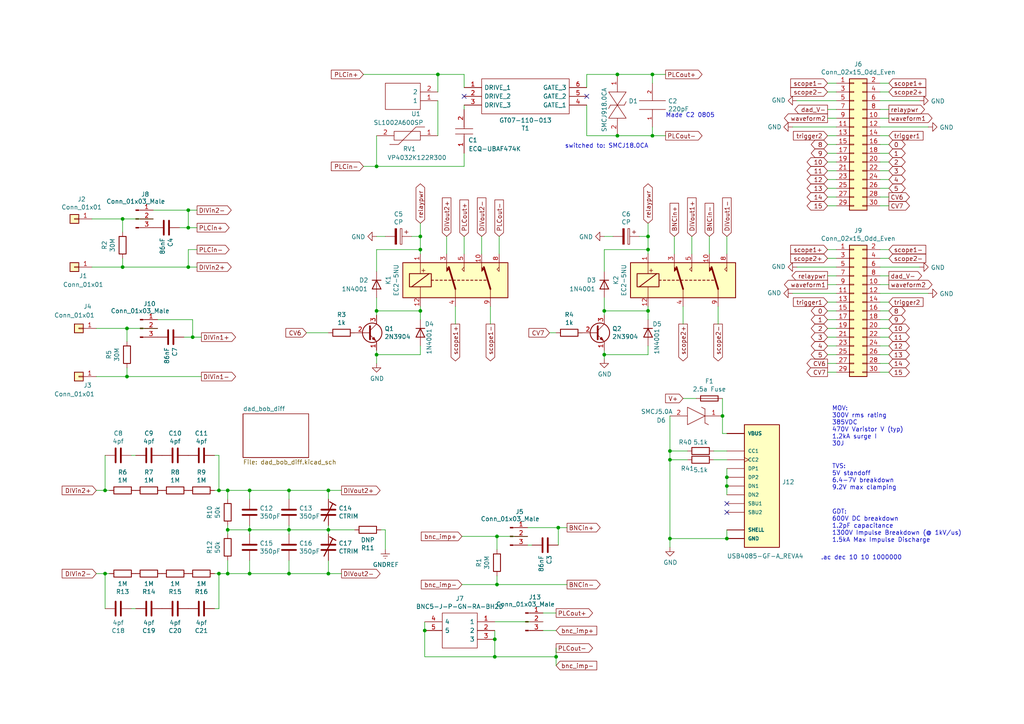
<source format=kicad_sch>
(kicad_sch (version 20211123) (generator eeschema)
  (paper "A4")
  (junction (at 194.31 156.21))
  (junction (at 175.26 102.87))
  (junction (at 161.29 190.5))
  (junction (at 36.83 95.25))
  (junction (at 36.83 109.22))
  (junction (at 121.92 90.17))
  (junction (at 143.51 185.42))
  (junction (at 175.26 90.17))
  (junction (at 144.145 169.545))
  (junction (at 83.82 142.24))
  (junction (at 95.25 166.37))
  (junction (at 144.145 155.575))
  (junction (at 187.96 68.58))
  (junction (at 210.82 156.21))
  (junction (at 35.56 77.47))
  (junction (at 66.04 153.67))
  (junction (at 66.04 166.37))
  (junction (at 210.82 140.97))
  (junction (at 54.61 66.04))
  (junction (at 30.48 166.37))
  (junction (at 35.56 63.5))
  (junction (at 121.92 68.58))
  (junction (at 72.39 166.37))
  (junction (at 72.39 142.24))
  (junction (at 121.92 72.39))
  (junction (at 189.23 39.37))
  (junction (at 179.07 39.37))
  (junction (at 187.96 72.39))
  (junction (at 161.925 153.035))
  (junction (at 30.48 142.24))
  (junction (at 63.5 166.37))
  (junction (at 194.31 133.35))
  (junction (at 55.88 97.79))
  (junction (at 54.61 77.47))
  (junction (at 189.23 21.59))
  (junction (at 63.5 142.24))
  (junction (at 109.22 48.26))
  (junction (at 194.31 130.81))
  (junction (at 143.51 190.5))
  (junction (at 83.82 153.67))
  (junction (at 66.04 142.24))
  (junction (at 210.82 138.43))
  (junction (at 83.82 166.37))
  (junction (at 95.25 142.24))
  (junction (at 127 21.59))
  (junction (at 179.07 21.59))
  (junction (at 109.22 102.87))
  (junction (at 72.39 153.67))
  (junction (at 95.25 153.67))
  (junction (at 123.19 182.88))
  (junction (at 209.55 120.65))
  (junction (at 187.96 90.17))
  (junction (at 109.22 90.17))
  (junction (at 54.61 60.96))
  (no_connect (at 134.62 27.94))
  (no_connect (at 210.82 148.59))
  (no_connect (at 210.82 146.05))
  (no_connect (at 170.18 27.94))
  (wire (pts (xy 30.48 132.08) (xy 30.48 142.24)))
  (wire (pts (xy 55.88 92.71) (xy 45.72 92.71)))
  (wire (pts (xy 257.81 59.69) (xy 255.27 59.69)))
  (wire (pts (xy 175.26 90.17) (xy 175.26 91.44)))
  (wire (pts (xy 209.55 125.73) (xy 209.55 120.65)))
  (wire (pts (xy 185.42 68.58) (xy 187.96 68.58)))
  (wire (pts (xy 27.94 109.22) (xy 36.83 109.22)))
  (wire (pts (xy 66.04 144.78) (xy 66.04 142.24)))
  (wire (pts (xy 127 26.67) (xy 127 21.59)))
  (wire (pts (xy 189.23 21.59) (xy 189.23 24.13)))
  (wire (pts (xy 257.81 92.71) (xy 255.27 92.71)))
  (wire (pts (xy 144.145 169.545) (xy 144.145 167.005)))
  (wire (pts (xy 72.39 144.78) (xy 72.39 142.24)))
  (wire (pts (xy 240.03 57.15) (xy 242.57 57.15)))
  (wire (pts (xy 102.87 96.52) (xy 101.6 96.52)))
  (wire (pts (xy 121.92 92.71) (xy 121.92 90.17)))
  (wire (pts (xy 134.62 21.59) (xy 134.62 25.4)))
  (wire (pts (xy 109.22 39.37) (xy 109.22 48.26)))
  (wire (pts (xy 105.41 21.59) (xy 127 21.59)))
  (wire (pts (xy 157.48 177.8) (xy 161.29 177.8)))
  (wire (pts (xy 133.985 169.545) (xy 144.145 169.545)))
  (wire (pts (xy 257.81 74.93) (xy 255.27 74.93)))
  (wire (pts (xy 187.96 90.17) (xy 187.96 88.9)))
  (wire (pts (xy 121.92 100.33) (xy 121.92 102.87)))
  (wire (pts (xy 26.67 63.5) (xy 35.56 63.5)))
  (wire (pts (xy 257.81 102.87) (xy 255.27 102.87)))
  (wire (pts (xy 154.305 158.115) (xy 153.035 158.115)))
  (wire (pts (xy 95.25 153.67) (xy 95.25 154.94)))
  (wire (pts (xy 210.82 125.73) (xy 209.55 125.73)))
  (wire (pts (xy 200.66 68.58) (xy 200.66 73.66)))
  (wire (pts (xy 88.9 96.52) (xy 95.25 96.52)))
  (wire (pts (xy 83.82 153.67) (xy 95.25 153.67)))
  (wire (pts (xy 257.81 82.55) (xy 255.27 82.55)))
  (wire (pts (xy 210.82 68.58) (xy 210.82 73.66)))
  (wire (pts (xy 257.81 26.67) (xy 255.27 26.67)))
  (wire (pts (xy 72.39 166.37) (xy 83.82 166.37)))
  (wire (pts (xy 199.39 133.35) (xy 194.31 133.35)))
  (wire (pts (xy 240.03 102.87) (xy 242.57 102.87)))
  (wire (pts (xy 109.22 48.26) (xy 134.62 48.26)))
  (wire (pts (xy 266.7 77.47) (xy 255.27 77.47)))
  (wire (pts (xy 161.29 190.5) (xy 161.29 193.04)))
  (wire (pts (xy 210.82 138.43) (xy 210.82 140.97)))
  (wire (pts (xy 175.26 104.14) (xy 175.26 102.87)))
  (wire (pts (xy 164.465 169.545) (xy 144.145 169.545)))
  (wire (pts (xy 240.03 34.29) (xy 242.57 34.29)))
  (wire (pts (xy 240.03 31.75) (xy 242.57 31.75)))
  (wire (pts (xy 240.03 92.71) (xy 242.57 92.71)))
  (wire (pts (xy 229.87 85.09) (xy 242.57 85.09)))
  (wire (pts (xy 240.03 100.33) (xy 242.57 100.33)))
  (wire (pts (xy 194.31 120.65) (xy 194.31 130.81)))
  (wire (pts (xy 242.57 29.21) (xy 231.14 29.21)))
  (wire (pts (xy 127 29.21) (xy 127 39.37)))
  (wire (pts (xy 30.48 176.53) (xy 30.48 166.37)))
  (wire (pts (xy 161.29 187.96) (xy 161.29 190.5)))
  (wire (pts (xy 257.81 95.25) (xy 255.27 95.25)))
  (wire (pts (xy 198.12 93.98) (xy 198.12 88.9)))
  (wire (pts (xy 187.96 102.87) (xy 175.26 102.87)))
  (wire (pts (xy 127 21.59) (xy 134.62 21.59)))
  (wire (pts (xy 83.82 144.78) (xy 83.82 142.24)))
  (wire (pts (xy 63.5 132.08) (xy 62.23 132.08)))
  (wire (pts (xy 36.83 95.25) (xy 36.83 99.06)))
  (wire (pts (xy 57.15 60.96) (xy 54.61 60.96)))
  (wire (pts (xy 63.5 142.24) (xy 63.5 132.08)))
  (wire (pts (xy 257.81 41.91) (xy 255.27 41.91)))
  (wire (pts (xy 257.81 54.61) (xy 255.27 54.61)))
  (wire (pts (xy 240.03 90.17) (xy 242.57 90.17)))
  (wire (pts (xy 143.51 190.5) (xy 161.29 190.5)))
  (wire (pts (xy 143.51 180.34) (xy 157.48 180.34)))
  (wire (pts (xy 102.87 153.67) (xy 95.25 153.67)))
  (wire (pts (xy 133.985 155.575) (xy 144.145 155.575)))
  (wire (pts (xy 35.56 63.5) (xy 35.56 67.31)))
  (wire (pts (xy 66.04 153.67) (xy 66.04 154.94)))
  (wire (pts (xy 54.61 77.47) (xy 54.61 72.39)))
  (wire (pts (xy 109.22 90.17) (xy 121.92 90.17)))
  (wire (pts (xy 45.72 95.25) (xy 36.83 95.25)))
  (wire (pts (xy 255.27 85.09) (xy 269.24 85.09)))
  (wire (pts (xy 36.83 109.22) (xy 36.83 106.68)))
  (wire (pts (xy 242.57 26.67) (xy 240.03 26.67)))
  (wire (pts (xy 257.81 31.75) (xy 255.27 31.75)))
  (wire (pts (xy 95.25 166.37) (xy 95.25 162.56)))
  (wire (pts (xy 83.82 166.37) (xy 95.25 166.37)))
  (wire (pts (xy 164.465 153.035) (xy 161.925 153.035)))
  (wire (pts (xy 193.04 21.59) (xy 189.23 21.59)))
  (wire (pts (xy 143.51 190.5) (xy 123.19 190.5)))
  (wire (pts (xy 242.57 24.13) (xy 240.03 24.13)))
  (wire (pts (xy 54.61 66.04) (xy 52.07 66.04)))
  (wire (pts (xy 72.39 142.24) (xy 83.82 142.24)))
  (wire (pts (xy 153.035 155.575) (xy 144.145 155.575)))
  (wire (pts (xy 66.04 142.24) (xy 72.39 142.24)))
  (wire (pts (xy 111.76 68.58) (xy 109.22 68.58)))
  (wire (pts (xy 210.82 153.67) (xy 210.82 156.21)))
  (wire (pts (xy 179.07 21.59) (xy 189.23 21.59)))
  (wire (pts (xy 157.48 182.88) (xy 161.29 182.88)))
  (wire (pts (xy 207.01 130.81) (xy 210.82 130.81)))
  (wire (pts (xy 240.03 39.37) (xy 242.57 39.37)))
  (wire (pts (xy 257.81 57.15) (xy 255.27 57.15)))
  (wire (pts (xy 54.61 60.96) (xy 54.61 66.04)))
  (wire (pts (xy 240.03 54.61) (xy 242.57 54.61)))
  (wire (pts (xy 257.81 49.53) (xy 255.27 49.53)))
  (wire (pts (xy 210.82 135.89) (xy 210.82 138.43)))
  (wire (pts (xy 132.08 93.98) (xy 132.08 88.9)))
  (wire (pts (xy 110.49 153.67) (xy 111.76 153.67)))
  (wire (pts (xy 194.31 133.35) (xy 194.31 156.21)))
  (wire (pts (xy 240.03 46.99) (xy 242.57 46.99)))
  (wire (pts (xy 111.76 153.67) (xy 111.76 159.385)))
  (wire (pts (xy 123.19 180.34) (xy 123.19 182.88)))
  (wire (pts (xy 121.92 68.58) (xy 121.92 72.39)))
  (wire (pts (xy 144.145 155.575) (xy 144.145 159.385)))
  (wire (pts (xy 27.94 166.37) (xy 30.48 166.37)))
  (wire (pts (xy 121.92 72.39) (xy 121.92 73.66)))
  (wire (pts (xy 201.93 115.57) (xy 198.12 115.57)))
  (wire (pts (xy 105.41 48.26) (xy 109.22 48.26)))
  (wire (pts (xy 66.04 166.37) (xy 72.39 166.37)))
  (wire (pts (xy 95.25 152.4) (xy 95.25 153.67)))
  (wire (pts (xy 175.26 86.36) (xy 175.26 90.17)))
  (wire (pts (xy 266.7 29.21) (xy 255.27 29.21)))
  (wire (pts (xy 187.96 72.39) (xy 187.96 73.66)))
  (wire (pts (xy 257.81 87.63) (xy 255.27 87.63)))
  (wire (pts (xy 83.82 162.56) (xy 83.82 166.37)))
  (wire (pts (xy 39.37 132.08) (xy 38.1 132.08)))
  (wire (pts (xy 129.54 68.58) (xy 129.54 73.66)))
  (wire (pts (xy 187.96 72.39) (xy 175.26 72.39)))
  (wire (pts (xy 57.15 72.39) (xy 54.61 72.39)))
  (wire (pts (xy 257.81 90.17) (xy 255.27 90.17)))
  (wire (pts (xy 26.67 77.47) (xy 35.56 77.47)))
  (wire (pts (xy 240.03 87.63) (xy 242.57 87.63)))
  (wire (pts (xy 168.91 96.52) (xy 167.64 96.52)))
  (wire (pts (xy 44.45 63.5) (xy 35.56 63.5)))
  (wire (pts (xy 83.82 153.67) (xy 72.39 153.67)))
  (wire (pts (xy 72.39 162.56) (xy 72.39 166.37)))
  (wire (pts (xy 175.26 90.17) (xy 187.96 90.17)))
  (wire (pts (xy 193.04 39.37) (xy 189.23 39.37)))
  (wire (pts (xy 257.81 39.37) (xy 255.27 39.37)))
  (wire (pts (xy 66.04 152.4) (xy 66.04 153.67)))
  (wire (pts (xy 83.82 152.4) (xy 83.82 153.67)))
  (wire (pts (xy 99.06 142.24) (xy 95.25 142.24)))
  (wire (pts (xy 63.5 166.37) (xy 66.04 166.37)))
  (wire (pts (xy 72.39 153.67) (xy 66.04 153.67)))
  (wire (pts (xy 63.5 176.53) (xy 63.5 166.37)))
  (wire (pts (xy 144.78 68.58) (xy 144.78 73.66)))
  (wire (pts (xy 187.96 92.71) (xy 187.96 90.17)))
  (wire (pts (xy 170.18 30.48) (xy 170.18 39.37)))
  (wire (pts (xy 257.81 100.33) (xy 255.27 100.33)))
  (wire (pts (xy 30.48 166.37) (xy 31.75 166.37)))
  (wire (pts (xy 161.925 158.115) (xy 161.925 153.035)))
  (wire (pts (xy 242.57 74.93) (xy 240.03 74.93)))
  (wire (pts (xy 242.57 72.39) (xy 240.03 72.39)))
  (wire (pts (xy 57.15 77.47) (xy 54.61 77.47)))
  (wire (pts (xy 255.27 36.83) (xy 269.24 36.83)))
  (wire (pts (xy 55.88 92.71) (xy 55.88 97.79)))
  (wire (pts (xy 36.83 109.22) (xy 58.42 109.22)))
  (wire (pts (xy 27.94 95.25) (xy 36.83 95.25)))
  (wire (pts (xy 54.61 77.47) (xy 35.56 77.47)))
  (wire (pts (xy 210.82 140.97) (xy 210.82 143.51)))
  (wire (pts (xy 199.39 130.81) (xy 194.31 130.81)))
  (wire (pts (xy 63.5 142.24) (xy 62.23 142.24)))
  (wire (pts (xy 195.58 68.58) (xy 195.58 73.66)))
  (wire (pts (xy 66.04 162.56) (xy 66.04 166.37)))
  (wire (pts (xy 109.22 101.6) (xy 109.22 102.87)))
  (wire (pts (xy 242.57 77.47) (xy 231.14 77.47)))
  (wire (pts (xy 257.81 107.95) (xy 255.27 107.95)))
  (wire (pts (xy 257.81 46.99) (xy 255.27 46.99)))
  (wire (pts (xy 72.39 153.67) (xy 72.39 154.94)))
  (wire (pts (xy 240.03 105.41) (xy 242.57 105.41)))
  (wire (pts (xy 119.38 68.58) (xy 121.92 68.58)))
  (wire (pts (xy 143.51 185.42) (xy 143.51 190.5)))
  (wire (pts (xy 240.03 49.53) (xy 242.57 49.53)))
  (wire (pts (xy 194.31 156.21) (xy 194.31 158.75)))
  (wire (pts (xy 83.82 142.24) (xy 95.25 142.24)))
  (wire (pts (xy 121.92 72.39) (xy 109.22 72.39)))
  (wire (pts (xy 123.19 190.5) (xy 123.19 182.88)))
  (wire (pts (xy 240.03 95.25) (xy 242.57 95.25)))
  (wire (pts (xy 257.81 52.07) (xy 255.27 52.07)))
  (wire (pts (xy 205.74 68.58) (xy 205.74 73.66)))
  (wire (pts (xy 161.925 153.035) (xy 153.035 153.035)))
  (wire (pts (xy 240.03 44.45) (xy 242.57 44.45)))
  (wire (pts (xy 179.07 39.37) (xy 189.23 39.37)))
  (wire (pts (xy 109.22 72.39) (xy 109.22 78.74)))
  (wire (pts (xy 175.26 101.6) (xy 175.26 102.87)))
  (wire (pts (xy 207.01 133.35) (xy 210.82 133.35)))
  (wire (pts (xy 63.5 166.37) (xy 62.23 166.37)))
  (wire (pts (xy 187.96 68.58) (xy 187.96 64.77)))
  (wire (pts (xy 143.51 182.88) (xy 143.51 185.42)))
  (wire (pts (xy 209.55 115.57) (xy 209.55 120.65)))
  (wire (pts (xy 229.87 36.83) (xy 242.57 36.83)))
  (wire (pts (xy 109.22 86.36) (xy 109.22 90.17)))
  (wire (pts (xy 257.81 105.41) (xy 255.27 105.41)))
  (wire (pts (xy 134.62 68.58) (xy 134.62 73.66)))
  (wire (pts (xy 170.18 39.37) (xy 179.07 39.37)))
  (wire (pts (xy 240.03 82.55) (xy 242.57 82.55)))
  (wire (pts (xy 257.81 34.29) (xy 255.27 34.29)))
  (wire (pts (xy 121.92 102.87) (xy 109.22 102.87)))
  (wire (pts (xy 240.03 97.79) (xy 242.57 97.79)))
  (wire (pts (xy 27.94 142.24) (xy 30.48 142.24)))
  (wire (pts (xy 72.39 152.4) (xy 72.39 153.67)))
  (wire (pts (xy 55.88 97.79) (xy 53.34 97.79)))
  (wire (pts (xy 240.03 59.69) (xy 242.57 59.69)))
  (wire (pts (xy 58.42 97.79) (xy 55.88 97.79)))
  (wire (pts (xy 257.81 97.79) (xy 255.27 97.79)))
  (wire (pts (xy 109.22 90.17) (xy 109.22 91.44)))
  (wire (pts (xy 257.81 24.13) (xy 255.27 24.13)))
  (wire (pts (xy 134.62 48.26) (xy 134.62 44.45)))
  (wire (pts (xy 139.7 68.58) (xy 139.7 73.66)))
  (wire (pts (xy 175.26 72.39) (xy 175.26 78.74)))
  (wire (pts (xy 54.61 60.96) (xy 44.45 60.96)))
  (wire (pts (xy 30.48 142.24) (xy 31.75 142.24)))
  (wire (pts (xy 170.18 21.59) (xy 170.18 25.4)))
  (wire (pts (xy 210.82 156.21) (xy 194.31 156.21)))
  (wire (pts (xy 257.81 72.39) (xy 255.27 72.39)))
  (wire (pts (xy 240.03 41.91) (xy 242.57 41.91)))
  (wire (pts (xy 257.81 80.01) (xy 255.27 80.01)))
  (wire (pts (xy 208.28 93.98) (xy 208.28 88.9)))
  (wire (pts (xy 240.03 52.07) (xy 242.57 52.07)))
  (wire (pts (xy 38.1 176.53) (xy 39.37 176.53)))
  (wire (pts (xy 177.8 68.58) (xy 175.26 68.58)))
  (wire (pts (xy 134.62 31.75) (xy 134.62 30.48)))
  (wire (pts (xy 142.24 93.98) (xy 142.24 88.9)))
  (wire (pts (xy 83.82 153.67) (xy 83.82 154.94)))
  (wire (pts (xy 121.92 90.17) (xy 121.92 88.9)))
  (wire (pts (xy 62.23 176.53) (xy 63.5 176.53)))
  (wire (pts (xy 240.03 107.95) (xy 242.57 107.95)))
  (wire (pts (xy 187.96 100.33) (xy 187.96 102.87)))
  (wire (pts (xy 95.25 142.24) (xy 95.25 144.78)))
  (wire (pts (xy 63.5 142.24) (xy 66.04 142.24)))
  (wire (pts (xy 187.96 68.58) (xy 187.96 72.39)))
  (wire (pts (xy 57.15 66.04) (xy 54.61 66.04)))
  (wire (pts (xy 170.18 21.59) (xy 179.07 21.59)))
  (wire (pts (xy 194.31 130.81) (xy 194.31 133.35)))
  (wire (pts (xy 99.06 166.37) (xy 95.25 166.37)))
  (wire (pts (xy 35.56 77.47) (xy 35.56 74.93)))
  (wire (pts (xy 109.22 102.87) (xy 109.22 105.41)))
  (wire (pts (xy 240.03 80.01) (xy 242.57 80.01)))
  (wire (pts (xy 257.81 44.45) (xy 255.27 44.45)))
  (wire (pts (xy 159.385 96.52) (xy 161.29 96.52)))
  (wire (pts (xy 121.92 68.58) (xy 121.92 64.77)))
  (wire (pts (xy 189.23 36.83) (xy 189.23 39.37)))
  (text "Made C2 0805" (at 193.04 34.29 0) (effects (font (size 1.27 1.27)) (justify left bottom)))
  (text "TVS: \n5V standoff\n6.4-7V breakdown \n9.2V max clamping" (at 241.3 142.24 0) (effects (font (size 1.27 1.27)) (justify left bottom)))
  (text "GDT:\n600V DC breakdown\n1.2pF capacitance\n1300V Impulse Breakdown (@ 1kV/us)\n1.5kA Max Impulse Discharge" (at 241.3 157.48 0) (effects (font (size 1.27 1.27)) (justify left bottom)))
  (text "MOV:\n300V rms rating\n385VDC\n470V Varistor V (typ)\n1.2kA surge I\n30J" (at 241.3 129.54 0) (effects (font (size 1.27 1.27)) (justify left bottom)))
  (text ".ac dec 10 10 1000000" (at 261.62 162.56 180) (effects (font (size 1.27 1.27)) (justify right bottom)))
  (text "switched to: SMCJ18.0CA" (at 163.83 43.18 0) (effects (font (size 1.27 1.27)) (justify left bottom)))
  (global_label "10" (shape bidirectional) (at 240.03 46.99 180) (property "Intersheet References" "${INTERSHEET_REFS}" (effects hide)))
  (global_label "BNCin-" (shape input) (at 205.74 68.58 90) (property "Intersheet References" "${INTERSHEET_REFS}" (effects hide)))
  (global_label "scope1-" (shape input) (at 257.81 72.39 0) (property "Intersheet References" "${INTERSHEET_REFS}" (effects hide)))
  (global_label "waveform1" (shape output) (at 257.81 34.29 0) (property "Intersheet References" "${INTERSHEET_REFS}" (effects hide)))
  (global_label "DIVin2-" (shape input) (at 27.94 166.37 180) (property "Intersheet References" "${INTERSHEET_REFS}" (effects hide)))
  (global_label "DIVout2+" (shape output) (at 99.06 142.24 0) (property "Intersheet References" "${INTERSHEET_REFS}" (effects hide)))
  (global_label "V+" (shape input) (at 198.12 115.57 180) (property "Intersheet References" "${INTERSHEET_REFS}" (effects hide)))
  (global_label "relaypwr" (shape bidirectional) (at 187.96 64.77 90) (property "Intersheet References" "${INTERSHEET_REFS}" (effects hide)))
  (global_label "scope2-" (shape input) (at 257.81 74.93 0) (property "Intersheet References" "${INTERSHEET_REFS}" (effects hide)))
  (global_label "12" (shape bidirectional) (at 240.03 52.07 180) (property "Intersheet References" "${INTERSHEET_REFS}" (effects hide)))
  (global_label "DIVin2+" (shape output) (at 57.15 77.47 0) (property "Intersheet References" "${INTERSHEET_REFS}" (effects hide)))
  (global_label "BNCin-" (shape output) (at 164.465 169.545 0) (property "Intersheet References" "${INTERSHEET_REFS}" (effects hide)))
  (global_label "DIVin1+" (shape output) (at 58.42 97.79 0) (property "Intersheet References" "${INTERSHEET_REFS}" (effects hide)))
  (global_label "13" (shape bidirectional) (at 257.81 102.87 0) (property "Intersheet References" "${INTERSHEET_REFS}" (effects hide)))
  (global_label "8" (shape bidirectional) (at 257.81 90.17 0) (property "Intersheet References" "${INTERSHEET_REFS}" (effects hide)))
  (global_label "DIVout1+" (shape input) (at 200.66 68.58 90) (property "Intersheet References" "${INTERSHEET_REFS}" (effects hide)))
  (global_label "11" (shape bidirectional) (at 257.81 97.79 0) (property "Intersheet References" "${INTERSHEET_REFS}" (effects hide)))
  (global_label "5" (shape bidirectional) (at 257.81 54.61 0) (property "Intersheet References" "${INTERSHEET_REFS}" (effects hide)))
  (global_label "DIVin2+" (shape input) (at 27.94 142.24 180) (property "Intersheet References" "${INTERSHEET_REFS}" (effects hide)))
  (global_label "waveform2" (shape output) (at 240.03 34.29 180) (property "Intersheet References" "${INTERSHEET_REFS}" (effects hide)))
  (global_label "trigger1" (shape input) (at 257.81 39.37 0) (property "Intersheet References" "${INTERSHEET_REFS}" (effects hide)))
  (global_label "PLCin+" (shape output) (at 57.15 66.04 0) (property "Intersheet References" "${INTERSHEET_REFS}" (effects hide)))
  (global_label "trigger1" (shape input) (at 240.03 87.63 180) (property "Intersheet References" "${INTERSHEET_REFS}" (effects hide)))
  (global_label "trigger2" (shape input) (at 257.81 87.63 0) (property "Intersheet References" "${INTERSHEET_REFS}" (effects hide)))
  (global_label "9" (shape bidirectional) (at 257.81 92.71 0) (property "Intersheet References" "${INTERSHEET_REFS}" (effects hide)))
  (global_label "relaypwr" (shape output) (at 240.03 80.01 180) (property "Intersheet References" "${INTERSHEET_REFS}" (effects hide)))
  (global_label "bnc_imp+" (shape input) (at 133.985 155.575 180) (property "Intersheet References" "${INTERSHEET_REFS}" (effects hide)))
  (global_label "scope2+" (shape input) (at 240.03 74.93 180) (property "Intersheet References" "${INTERSHEET_REFS}" (effects hide)))
  (global_label "15" (shape bidirectional) (at 257.81 107.95 0) (property "Intersheet References" "${INTERSHEET_REFS}" (effects hide)))
  (global_label "PLCout+" (shape output) (at 161.29 177.8 0) (property "Intersheet References" "${INTERSHEET_REFS}" (effects hide)))
  (global_label "CV6" (shape input) (at 88.9 96.52 180) (property "Intersheet References" "${INTERSHEET_REFS}" (effects hide)))
  (global_label "relaypwr" (shape bidirectional) (at 121.92 64.77 90) (property "Intersheet References" "${INTERSHEET_REFS}" (effects hide)))
  (global_label "scope1-" (shape input) (at 240.03 24.13 180) (property "Intersheet References" "${INTERSHEET_REFS}" (effects hide)))
  (global_label "13" (shape bidirectional) (at 240.03 54.61 180) (property "Intersheet References" "${INTERSHEET_REFS}" (effects hide)))
  (global_label "14" (shape bidirectional) (at 257.81 105.41 0) (property "Intersheet References" "${INTERSHEET_REFS}" (effects hide)))
  (global_label "scope2-" (shape input) (at 240.03 26.67 180) (property "Intersheet References" "${INTERSHEET_REFS}" (effects hide)))
  (global_label "relaypwr" (shape output) (at 257.81 31.75 0) (property "Intersheet References" "${INTERSHEET_REFS}" (effects hide)))
  (global_label "1" (shape bidirectional) (at 240.03 92.71 180) (property "Intersheet References" "${INTERSHEET_REFS}" (effects hide)))
  (global_label "0" (shape bidirectional) (at 240.03 90.17 180) (property "Intersheet References" "${INTERSHEET_REFS}" (effects hide)))
  (global_label "DIVout1-" (shape input) (at 210.82 68.58 90) (property "Intersheet References" "${INTERSHEET_REFS}" (effects hide)))
  (global_label "scope1+" (shape input) (at 240.03 72.39 180) (property "Intersheet References" "${INTERSHEET_REFS}" (effects hide)))
  (global_label "14" (shape bidirectional) (at 240.03 57.15 180) (property "Intersheet References" "${INTERSHEET_REFS}" (effects hide)))
  (global_label "15" (shape bidirectional) (at 240.03 59.69 180) (property "Intersheet References" "${INTERSHEET_REFS}" (effects hide)))
  (global_label "PLCout+" (shape input) (at 134.62 68.58 90) (property "Intersheet References" "${INTERSHEET_REFS}" (effects hide)))
  (global_label "waveform2" (shape output) (at 257.81 82.55 0) (property "Intersheet References" "${INTERSHEET_REFS}" (effects hide)))
  (global_label "CV7" (shape output) (at 257.81 59.69 0) (property "Intersheet References" "${INTERSHEET_REFS}" (effects hide)))
  (global_label "BNCin+" (shape output) (at 164.465 153.035 0) (property "Intersheet References" "${INTERSHEET_REFS}" (effects hide)))
  (global_label "scope2+" (shape input) (at 257.81 26.67 0) (property "Intersheet References" "${INTERSHEET_REFS}" (effects hide)))
  (global_label "2" (shape bidirectional) (at 257.81 46.99 0) (property "Intersheet References" "${INTERSHEET_REFS}" (effects hide)))
  (global_label "PLCout-" (shape output) (at 161.29 187.96 0) (property "Intersheet References" "${INTERSHEET_REFS}" (effects hide)))
  (global_label "bnc_imp-" (shape input) (at 133.985 169.545 180) (property "Intersheet References" "${INTERSHEET_REFS}" (effects hide)))
  (global_label "DIVin2-" (shape output) (at 57.15 60.96 0) (property "Intersheet References" "${INTERSHEET_REFS}" (effects hide)))
  (global_label "CV7" (shape output) (at 240.03 107.95 180) (property "Intersheet References" "${INTERSHEET_REFS}" (effects hide)))
  (global_label "PLCin-" (shape output) (at 57.15 72.39 0) (property "Intersheet References" "${INTERSHEET_REFS}" (effects hide)))
  (global_label "PLCout-" (shape output) (at 193.04 39.37 0) (property "Intersheet References" "${INTERSHEET_REFS}" (effects hide)))
  (global_label "scope1+" (shape output) (at 132.08 93.98 270) (property "Intersheet References" "${INTERSHEET_REFS}" (effects hide)))
  (global_label "scope1+" (shape input) (at 257.81 24.13 0) (property "Intersheet References" "${INTERSHEET_REFS}" (effects hide)))
  (global_label "PLCout-" (shape input) (at 144.78 68.58 90) (property "Intersheet References" "${INTERSHEET_REFS}" (effects hide)))
  (global_label "CV7" (shape input) (at 159.385 96.52 180) (property "Intersheet References" "${INTERSHEET_REFS}" (effects hide)))
  (global_label "DIVout2+" (shape input) (at 129.54 68.58 90) (property "Intersheet References" "${INTERSHEET_REFS}" (effects hide)))
  (global_label "2" (shape bidirectional) (at 240.03 95.25 180) (property "Intersheet References" "${INTERSHEET_REFS}" (effects hide)))
  (global_label "PLCin-" (shape input) (at 105.41 48.26 180) (property "Intersheet References" "${INTERSHEET_REFS}" (effects hide)))
  (global_label "1" (shape bidirectional) (at 257.81 44.45 0) (property "Intersheet References" "${INTERSHEET_REFS}" (effects hide)))
  (global_label "11" (shape bidirectional) (at 240.03 49.53 180) (property "Intersheet References" "${INTERSHEET_REFS}" (effects hide)))
  (global_label "4" (shape bidirectional) (at 240.03 100.33 180) (property "Intersheet References" "${INTERSHEET_REFS}" (effects hide)))
  (global_label "DIVin1-" (shape output) (at 58.42 109.22 0) (property "Intersheet References" "${INTERSHEET_REFS}" (effects hide)))
  (global_label "scope1-" (shape output) (at 142.24 93.98 270) (property "Intersheet References" "${INTERSHEET_REFS}" (effects hide)))
  (global_label "3" (shape bidirectional) (at 240.03 97.79 180) (property "Intersheet References" "${INTERSHEET_REFS}" (effects hide)))
  (global_label "4" (shape bidirectional) (at 257.81 52.07 0) (property "Intersheet References" "${INTERSHEET_REFS}" (effects hide)))
  (global_label "bnc_imp+" (shape input) (at 161.29 182.88 0) (property "Intersheet References" "${INTERSHEET_REFS}" (effects hide)))
  (global_label "DIVout2-" (shape input) (at 139.7 68.58 90) (property "Intersheet References" "${INTERSHEET_REFS}" (effects hide)))
  (global_label "dad_V-" (shape output) (at 240.03 31.75 180) (property "Intersheet References" "${INTERSHEET_REFS}" (effects hide)))
  (global_label "PLCout+" (shape output) (at 193.04 21.59 0) (property "Intersheet References" "${INTERSHEET_REFS}" (effects hide)))
  (global_label "3" (shape bidirectional) (at 257.81 49.53 0) (property "Intersheet References" "${INTERSHEET_REFS}" (effects hide)))
  (global_label "12" (shape bidirectional) (at 257.81 100.33 0) (property "Intersheet References" "${INTERSHEET_REFS}" (effects hide)))
  (global_label "8" (shape bidirectional) (at 240.03 41.91 180) (property "Intersheet References" "${INTERSHEET_REFS}" (effects hide)))
  (global_label "5" (shape bidirectional) (at 240.03 102.87 180) (property "Intersheet References" "${INTERSHEET_REFS}" (effects hide)))
  (global_label "DIVout2-" (shape output) (at 99.06 166.37 0) (property "Intersheet References" "${INTERSHEET_REFS}" (effects hide)))
  (global_label "bnc_imp-" (shape input) (at 161.29 193.04 0) (property "Intersheet References" "${INTERSHEET_REFS}" (effects hide)))
  (global_label "9" (shape bidirectional) (at 240.03 44.45 180) (property "Intersheet References" "${INTERSHEET_REFS}" (effects hide)))
  (global_label "10" (shape bidirectional) (at 257.81 95.25 0) (property "Intersheet References" "${INTERSHEET_REFS}" (effects hide)))
  (global_label "0" (shape bidirectional) (at 257.81 41.91 0) (property "Intersheet References" "${INTERSHEET_REFS}" (effects hide)))
  (global_label "trigger2" (shape input) (at 240.03 39.37 180) (property "Intersheet References" "${INTERSHEET_REFS}" (effects hide)))
  (global_label "PLCin+" (shape input) (at 105.41 21.59 180) (property "Intersheet References" "${INTERSHEET_REFS}" (effects hide)))
  (global_label "CV6" (shape output) (at 257.81 57.15 0) (property "Intersheet References" "${INTERSHEET_REFS}" (effects hide)))
  (global_label "waveform1" (shape output) (at 240.03 82.55 180) (property "Intersheet References" "${INTERSHEET_REFS}" (effects hide)))
  (global_label "scope2-" (shape output) (at 208.28 93.98 270) (property "Intersheet References" "${INTERSHEET_REFS}" (effects hide)))
  (global_label "dad_V-" (shape output) (at 257.81 80.01 0) (property "Intersheet References" "${INTERSHEET_REFS}" (effects hide)))
  (global_label "scope2+" (shape output) (at 198.12 93.98 270) (property "Intersheet References" "${INTERSHEET_REFS}" (effects hide)))
  (global_label "CV6" (shape output) (at 240.03 105.41 180) (property "Intersheet References" "${INTERSHEET_REFS}" (effects hide)))
  (global_label "BNCin+" (shape input) (at 195.58 68.58 90) (property "Intersheet References" "${INTERSHEET_REFS}" (effects hide)))
  (symbol (lib_id "pspice:C") (at 189.23 30.48 180) (unit 1)
    (property "Reference" "C2" (at 193.7512 29.3116 0) (effects (justify right)))
    (property "Value" "220pF" (at 193.7512 31.623 0) (effects (justify right)))
    (property "Footprint" "Capacitor_SMD:C_0805_2012Metric_Pad1.15x1.40mm_HandSolder" (effects hide))
    (property "Spice_Primitive" "C" (effects hide))
    (property "Spice_Model" "220p" (effects hide))
    (property "Spice_Netlist_Enabled" "Y" (effects hide))
  )
  (symbol (lib_id "dad_bob-rescue:VP4032K122R300-00_kyuditsky_kicad") (at 127 39.37 180) (unit 1)
    (property "Reference" "RV1" (at 120.65 43.18 0) (effects (justify left)))
    (property "Value" "VP4032K122R300" (at 129.54 45.72 0) (effects (justify left)))
    (property "Footprint" "VP4032K122R300_kicad:CAPPM10080X500N" (effects hide))
    (property "Datasheet" "https://www.arrow.com/en/products/vp4032k122r300/kemet-corporation?region=nac" (effects hide))
    (property "Description" "Varistors 385V 1200A 4032" (effects hide))
    (property "Height" "5" (effects hide))
    (property "Mouser Part Number" "80-VP4032K122R300" (effects hide))
    (property "Mouser Price/Stock" "https://www.mouser.co.uk/ProductDetail/KEMET/VP4032K122R300?qs=jj7GbYRQuOYGBVagWkrU5w%3D%3D" (effects hide))
    (property "Manufacturer_Name" "Kemet" (effects hide))
    (property "Manufacturer_Part_Number" "VP4032K122R300" (effects hide))
    (property "Spice_Primitive" "R" (effects hide))
    (property "Spice_Model" "1meg" (effects hide))
    (property "Spice_Netlist_Enabled" "Y" (effects hide))
  )
  (symbol (lib_id "dad_bob-rescue:SL1002A600SP-00_kyuditsky_kicad") (at 127 29.21 180) (unit 1)
    (property "Reference" "U1" (at 120.65 33.02 0))
    (property "Value" "SL1002A600SP" (at 115.57 35.56 0))
    (property "Footprint" "SL1002A600SP" (effects hide))
    (property "Datasheet" "https://componentsearchengine.com/Datasheets/1/SL1002A600SP.pdf" (effects hide))
    (property "Description" "Gas Discharge Tubes - GDTs / Gas Plasma Arrestors GP MINIBETA 2T A600V SMD SPECIAL" (effects hide))
    (property "Height" "4.1" (effects hide))
    (property "Mouser Part Number" "576-SL1002A600SP" (effects hide))
    (property "Mouser Price/Stock" "https://www.mouser.co.uk/ProductDetail/Littelfuse/SL1002A600SP?qs=95aqoVzNh5Z3taNZSmSH3g%3D%3D" (effects hide))
    (property "Manufacturer_Name" "LITTELFUSE" (effects hide))
    (property "Manufacturer_Part_Number" "SL1002A600SP" (effects hide))
    (property "Spice_Primitive" "R" (effects hide))
    (property "Spice_Model" "1meg" (effects hide))
    (property "Spice_Netlist_Enabled" "Y" (effects hide))
  )
  (symbol (lib_id "dad_bob-rescue:BNC5-J-P-GN-RA-BH2D-00_kyuditsky_kicad") (at 143.51 180.34 0) (mirror y) (unit 1)
    (property "Reference" "J7" (at 133.35 173.609 0))
    (property "Value" "BNC5-J-P-GN-RA-BH2D" (at 133.35 175.9204 0))
    (property "Footprint" "BNC5-J-P-GN-RA-BH2D_kicad:BNC5JPGNRABH2D" (effects hide))
    (property "Datasheet" "http://suddendocs.samtec.com/prints/bnc5-j-p-xx-ra-bh2d-mkt.pdf" (effects hide))
    (property "Description" "SAMTEC - BNC5-J-P-GN-RA-BH2D - RF COAXIAL, BNC JACK, 50 OHM, PCB" (effects hide))
    (property "Height" "10.8" (effects hide))
    (property "Mouser Part Number" "200-BNC5JPGNRABH2D" (effects hide))
    (property "Mouser Price/Stock" "https://www.mouser.co.uk/ProductDetail/Samtec/BNC5-J-P-GN-RA-BH2D?qs=PB6%2FjmICvI2u%2FOQtySH%252B3g%3D%3D" (effects hide))
    (property "Manufacturer_Name" "SAMTEC" (effects hide))
    (property "Manufacturer_Part_Number" "BNC5-J-P-GN-RA-BH2D" (effects hide))
    (property "Spice_Primitive" "R" (effects hide))
    (property "Spice_Model" "1" (effects hide))
    (property "Spice_Netlist_Enabled" "N" (effects hide))
  )
  (symbol (lib_id "dad_bob-rescue:ECQ-UBAF474K-ECQ-UBAF474K") (at 134.62 44.45 90) (unit 1)
    (property "Reference" "C1" (at 137.16 40.64 90))
    (property "Value" "ECQ-UBAF474K" (at 143.51 43.18 90))
    (property "Footprint" "kyuditsky_kicad:ECQ-UBAF474K-3_side" (effects hide))
    (property "Datasheet" "https://datasheet.datasheetarchive.com/originals/distributors/Datasheets_SAMA/6170a3d833bc371d0e684a1e7d5b0a3a.pdf" (effects hide))
    (property "Description" "Film Capacitors 300VAC 0.47uF 10% LS=22.5mm ST" (effects hide))
    (property "Height" "21.5" (effects hide))
    (property "Mouser Part Number" "667-ECQ-UBAF474K" (effects hide))
    (property "Mouser Price/Stock" "https://www.mouser.co.uk/ProductDetail/Panasonic/ECQ-UBAF474K?qs=DPoM0jnrROXQ4Aoi4rWlKg%3D%3D" (effects hide))
    (property "Manufacturer_Name" "Panasonic" (effects hide))
    (property "Manufacturer_Part_Number" "ECQ-UBAF474K" (effects hide))
    (property "Spice_Primitive" "C" (effects hide))
    (property "Spice_Model" "0.47uF" (effects hide))
    (property "Spice_Netlist_Enabled" "Y" (effects hide))
  )
  (symbol (lib_id "Connector_Generic:Conn_01x01") (at 22.86 109.22 180) (unit 1)
    (property "Reference" "J3" (at 25.4 111.76 0))
    (property "Value" "Conn_01x01" (at 21.59 114.3 0))
    (property "Footprint" "kyuditsky_kicad_fp:Banana_Jack_S_RA_73099" (effects hide))
    (property "Spice_Primitive" "R" (effects hide))
    (property "Spice_Model" "1" (effects hide))
    (property "Spice_Netlist_Enabled" "N" (effects hide))
  )
  (symbol (lib_id "Connector_Generic:Conn_01x01") (at 22.86 95.25 180) (unit 1)
    (property "Reference" "J4" (at 25.4 88.9 0))
    (property "Value" "Conn_01x01" (at 21.59 91.44 0))
    (property "Footprint" "kyuditsky_kicad_fp:Banana_Jack_S_RA_73099" (effects hide))
    (property "Spice_Primitive" "R" (effects hide))
    (property "Spice_Model" "1" (effects hide))
    (property "Spice_Netlist_Enabled" "N" (effects hide))
  )
  (symbol (lib_id "dad_bob-rescue:GT07-110-013-00_kyuditsky_kicad") (at 170.18 30.48 180) (unit 1)
    (property "Reference" "T1" (at 152.4 37.211 0))
    (property "Value" "GT07-110-013" (at 152.4 34.8996 0))
    (property "Footprint" "kyuditsky_kicad_fp:GT07110013" (effects hide))
    (property "Datasheet" "https://componentsearchengine.com/Datasheets/1/GT07-110-013.pdf" (effects hide))
    (property "Description" "Pulse Transformers" (effects hide))
    (property "Height" "6.35" (effects hide))
    (property "Mouser Part Number" "911-GT07-110-013" (effects hide))
    (property "Mouser Price/Stock" "https://www.mouser.co.uk/ProductDetail/ICE-Components/GT07-110-013?qs=UkDUCjYnTB00rEvMCOsFKQ%3D%3D" (effects hide))
    (property "Manufacturer_Name" "ICE Components" (effects hide))
    (property "Manufacturer_Part_Number" "GT07-110-013" (effects hide))
    (property "Spice_Primitive" "X" (effects hide))
    (property "Spice_Model" "GTRANS" (effects hide))
    (property "Spice_Netlist_Enabled" "Y" (effects hide))
    (property "Spice_Lib_File" "/Users/MacMini/Documents/KiCad/HPF/HPF_SPICE/GTRANS_01.lib" (effects hide))
  )
  (symbol (lib_id "Relay:EC2-5NU") (at 132.08 81.28 0) (unit 1)
    (property "Reference" "K1" (at 112.5982 81.28 90))
    (property "Value" "EC2-5NU" (at 114.9096 81.28 90))
    (property "Footprint" "Relay_THT:Relay_DPDT_Kemet_EC2" (effects hide))
    (property "Datasheet" "https://content.kemet.com/datasheets/KEM_R7002_EC2_EE2.pdf" (effects hide))
  )
  (symbol (lib_id "Device:R") (at 43.18 142.24 90) (unit 1)
    (property "Reference" "R7" (at 43.18 136.9822 90))
    (property "Value" "1M" (at 43.18 139.2936 90))
    (property "Footprint" "Resistor_SMD:R_0805_2012Metric_Pad1.15x1.40mm_HandSolder" (effects hide))
  )
  (symbol (lib_id "Device:R") (at 50.8 142.24 90) (unit 1)
    (property "Reference" "R8" (at 50.8 136.9822 90))
    (property "Value" "1M" (at 50.8 139.2936 90))
    (property "Footprint" "Resistor_SMD:R_0805_2012Metric_Pad1.15x1.40mm_HandSolder" (effects hide))
  )
  (symbol (lib_id "Device:R") (at 58.42 142.24 90) (unit 1)
    (property "Reference" "R9" (at 58.42 136.9822 90))
    (property "Value" "1M" (at 58.42 139.2936 90))
    (property "Footprint" "Resistor_SMD:R_0805_2012Metric_Pad1.15x1.40mm_HandSolder" (effects hide))
  )
  (symbol (lib_id "power:GND") (at 109.22 105.41 0) (unit 1)
    (property "Reference" "#PWR011" (effects hide))
    (property "Value" "GND" (at 109.347 109.8042 0))
  )
  (symbol (lib_id "Device:R") (at 99.06 96.52 90) (unit 1)
    (property "Reference" "R3" (at 99.06 91.2622 90))
    (property "Value" "1k" (at 99.06 93.5736 90))
    (property "Footprint" "Resistor_SMD:R_0805_2012Metric_Pad1.15x1.40mm_HandSolder" (effects hide))
  )
  (symbol (lib_id "power:GND") (at 231.14 29.21 270) (mirror x) (unit 1)
    (property "Reference" "#PWR02" (effects hide))
    (property "Value" "GND" (at 227.8888 29.083 90) (effects (justify right)))
  )
  (symbol (lib_id "power:GND") (at 266.7 29.21 90) (mirror x) (unit 1)
    (property "Reference" "#PWR01" (effects hide))
    (property "Value" "GND" (at 269.9512 29.337 90) (effects (justify right)))
  )
  (symbol (lib_id "power:GND") (at 229.87 36.83 270) (mirror x) (unit 1)
    (property "Reference" "#PWR04" (effects hide))
    (property "Value" "GND" (at 226.695 36.83 90) (effects (justify right)))
  )
  (symbol (lib_id "power:GND") (at 269.24 36.83 90) (mirror x) (unit 1)
    (property "Reference" "#PWR03" (effects hide))
    (property "Value" "GND" (at 272.4912 36.957 90) (effects (justify right)))
  )
  (symbol (lib_id "Device:R") (at 66.04 148.59 180) (unit 1)
    (property "Reference" "R10" (at 60.7822 148.59 90))
    (property "Value" "50k" (at 63.0936 148.59 90))
    (property "Footprint" "Resistor_SMD:R_0805_2012Metric_Pad1.15x1.40mm_HandSolder" (effects hide))
  )
  (symbol (lib_id "Device:R") (at 106.68 153.67 270) (unit 1)
    (property "Reference" "R11" (at 106.68 158.9278 90))
    (property "Value" "DNP" (at 106.68 156.6164 90))
    (property "Footprint" "Resistor_SMD:R_0805_2012Metric_Pad1.15x1.40mm_HandSolder" (effects hide))
  )
  (symbol (lib_id "Diode:1N4001") (at 109.22 82.55 270) (unit 1)
    (property "Reference" "D2" (at 104.14 81.28 90) (effects (justify left)))
    (property "Value" "1N4001" (at 99.06 83.82 90) (effects (justify left)))
    (property "Footprint" "Diode_THT:D_DO-41_SOD81_P2.54mm_Vertical_KathodeUp" (effects hide))
    (property "Datasheet" "http://www.vishay.com/docs/88503/1n4001.pdf" (effects hide))
  )
  (symbol (lib_id "Diode:1N4001") (at 121.92 96.52 270) (unit 1)
    (property "Reference" "D4" (at 123.19 93.98 90) (effects (justify left)))
    (property "Value" "1N4001" (at 124.46 95.25 0) (effects (justify left)))
    (property "Footprint" "Diode_THT:D_DO-41_SOD81_P2.54mm_Vertical_KathodeUp" (effects hide))
    (property "Datasheet" "http://www.vishay.com/docs/88503/1n4001.pdf" (effects hide))
  )
  (symbol (lib_id "Device:R") (at 58.42 166.37 270) (unit 1)
    (property "Reference" "R16" (at 58.42 171.6278 90))
    (property "Value" "1M" (at 58.42 169.3164 90))
    (property "Footprint" "Resistor_SMD:R_0805_2012Metric_Pad1.15x1.40mm_HandSolder" (effects hide))
  )
  (symbol (lib_id "Device:R") (at 50.8 166.37 270) (unit 1)
    (property "Reference" "R15" (at 50.8 171.6278 90))
    (property "Value" "1M" (at 50.8 169.3164 90))
    (property "Footprint" "Resistor_SMD:R_0805_2012Metric_Pad1.15x1.40mm_HandSolder" (effects hide))
  )
  (symbol (lib_id "Device:R") (at 43.18 166.37 270) (unit 1)
    (property "Reference" "R14" (at 43.18 171.6278 90))
    (property "Value" "1M" (at 43.18 169.3164 90))
    (property "Footprint" "Resistor_SMD:R_0805_2012Metric_Pad1.15x1.40mm_HandSolder" (effects hide))
  )
  (symbol (lib_id "dad_bob-rescue:CP-Device") (at 115.57 68.58 270) (unit 1)
    (property "Reference" "C5" (at 115.57 62.103 90))
    (property "Value" "CP" (at 115.57 64.4144 90))
    (property "Footprint" "kyuditsky_kicad:EEE1AA220WR" (effects hide))
  )
  (symbol (lib_id "power:GND") (at 109.22 68.58 270) (unit 1)
    (property "Reference" "#PWR05" (effects hide))
    (property "Value" "GND" (at 105.9688 68.707 90) (effects (justify right)))
  )
  (symbol (lib_id "Connector_Generic:Conn_01x01") (at 21.59 77.47 180) (unit 1)
    (property "Reference" "J1" (at 24.13 80.01 0))
    (property "Value" "Conn_01x01" (at 24.13 82.55 0))
    (property "Footprint" "kyuditsky_kicad_fp:Banana_Jack_S_RA_73099" (effects hide))
    (property "Spice_Primitive" "R" (effects hide))
    (property "Spice_Model" "1" (effects hide))
    (property "Spice_Netlist_Enabled" "N" (effects hide))
  )
  (symbol (lib_id "Connector_Generic:Conn_01x01") (at 21.59 63.5 180) (unit 1)
    (property "Reference" "J2" (at 23.6728 57.785 0))
    (property "Value" "Conn_01x01" (at 23.6728 60.0964 0))
    (property "Footprint" "kyuditsky_kicad_fp:Banana_Jack_S_RA_73099" (effects hide))
    (property "Spice_Primitive" "R" (effects hide))
    (property "Spice_Model" "1" (effects hide))
    (property "Spice_Netlist_Enabled" "N" (effects hide))
  )
  (symbol (lib_id "Device:C") (at 58.42 132.08 270) (unit 1)
    (property "Reference" "C11" (at 58.42 125.6792 90))
    (property "Value" "4pf" (at 58.42 127.9906 90))
    (property "Footprint" "Capacitor_SMD:C_0805_2012Metric_Pad1.15x1.40mm_HandSolder" (effects hide))
  )
  (symbol (lib_id "Device:C") (at 50.8 132.08 270) (unit 1)
    (property "Reference" "C10" (at 50.8 125.6792 90))
    (property "Value" "4pf" (at 50.8 127.9906 90))
    (property "Footprint" "Capacitor_SMD:C_0805_2012Metric_Pad1.15x1.40mm_HandSolder" (effects hide))
  )
  (symbol (lib_id "Device:C") (at 43.18 132.08 270) (unit 1)
    (property "Reference" "C9" (at 43.18 125.6792 90))
    (property "Value" "4pf" (at 43.18 127.9906 90))
    (property "Footprint" "Capacitor_SMD:C_0805_2012Metric_Pad1.15x1.40mm_HandSolder" (effects hide))
  )
  (symbol (lib_id "Device:C") (at 158.115 158.115 90) (unit 1)
    (property "Reference" "C3" (at 159.2834 161.036 0) (effects (justify right)))
    (property "Value" "86nF" (at 156.972 161.036 0) (effects (justify right)))
    (property "Footprint" "Capacitor_SMD:C_0805_2012Metric_Pad1.15x1.40mm_HandSolder" (effects hide))
  )
  (symbol (lib_id "Device:R") (at 144.145 163.195 180) (unit 1)
    (property "Reference" "R1" (at 138.8872 163.195 90))
    (property "Value" "30M" (at 141.1986 163.195 90))
    (property "Footprint" "Resistor_SMD:R_0805_2012Metric_Pad1.15x1.40mm_HandSolder" (effects hide))
  )
  (symbol (lib_id "Relay:EC2-5NU") (at 198.12 81.28 0) (unit 1)
    (property "Reference" "K2" (at 178.6382 81.28 90))
    (property "Value" "EC2-5NU" (at 180.9496 81.28 90))
    (property "Footprint" "Relay_THT:Relay_DPDT_Kemet_EC2" (effects hide))
    (property "Datasheet" "https://content.kemet.com/datasheets/KEM_R7002_EC2_EE2.pdf" (effects hide))
  )
  (symbol (lib_id "Device:R") (at 165.1 96.52 90) (unit 1)
    (property "Reference" "R4" (at 165.1 91.2622 90))
    (property "Value" "1k" (at 165.1 93.5736 90))
    (property "Footprint" "Resistor_SMD:R_0805_2012Metric_Pad1.15x1.40mm_HandSolder" (effects hide))
  )
  (symbol (lib_id "Diode:1N4001") (at 175.26 82.55 270) (unit 1)
    (property "Reference" "D3" (at 170.18 81.28 90) (effects (justify left)))
    (property "Value" "1N4001" (at 165.1 83.82 90) (effects (justify left)))
    (property "Footprint" "Diode_THT:D_DO-41_SOD81_P2.54mm_Vertical_KathodeUp" (effects hide))
    (property "Datasheet" "http://www.vishay.com/docs/88503/1n4001.pdf" (effects hide))
  )
  (symbol (lib_id "Diode:1N4001") (at 187.96 96.52 270) (unit 1)
    (property "Reference" "D5" (at 189.23 93.98 90) (effects (justify left)))
    (property "Value" "1N4001" (at 190.5 95.25 0) (effects (justify left)))
    (property "Footprint" "Diode_THT:D_DO-41_SOD81_P2.54mm_Vertical_KathodeUp" (effects hide))
    (property "Datasheet" "http://www.vishay.com/docs/88503/1n4001.pdf" (effects hide))
  )
  (symbol (lib_id "power:GND") (at 175.26 104.14 0) (unit 1)
    (property "Reference" "#PWR012" (effects hide))
    (property "Value" "GND" (at 175.387 108.5342 0))
  )
  (symbol (lib_id "dad_bob-rescue:CP-Device") (at 181.61 68.58 270) (unit 1)
    (property "Reference" "C6" (at 181.61 62.103 90))
    (property "Value" "CP" (at 181.61 64.4144 90))
    (property "Footprint" "kyuditsky_kicad:EEE1AA220WR" (effects hide))
  )
  (symbol (lib_id "power:GND") (at 175.26 68.58 270) (unit 1)
    (property "Reference" "#PWR06" (effects hide))
    (property "Value" "GND" (at 172.0088 68.707 90) (effects (justify right)))
  )
  (symbol (lib_id "Device:C") (at 72.39 148.59 180) (unit 1)
    (property "Reference" "C12" (at 75.311 147.4216 0) (effects (justify right)))
    (property "Value" "350pF" (at 75.311 149.733 0) (effects (justify right)))
    (property "Footprint" "Capacitor_SMD:C_0805_2012Metric_Pad1.15x1.40mm_HandSolder" (effects hide))
  )
  (symbol (lib_id "Device:C") (at 83.82 148.59 180) (unit 1)
    (property "Reference" "C13" (at 86.741 147.4216 0) (effects (justify right)))
    (property "Value" "350pF" (at 86.741 149.733 0) (effects (justify right)))
    (property "Footprint" "Capacitor_SMD:C_0805_2012Metric_Pad1.15x1.40mm_HandSolder" (effects hide))
  )
  (symbol (lib_id "Device:R") (at 66.04 158.75 180) (unit 1)
    (property "Reference" "R12" (at 60.7822 158.75 90))
    (property "Value" "50k" (at 63.0936 158.75 90))
    (property "Footprint" "Resistor_SMD:R_0805_2012Metric_Pad1.15x1.40mm_HandSolder" (effects hide))
  )
  (symbol (lib_id "Device:C") (at 72.39 158.75 180) (unit 1)
    (property "Reference" "C15" (at 75.311 157.5816 0) (effects (justify right)))
    (property "Value" "350pF" (at 75.311 159.893 0) (effects (justify right)))
    (property "Footprint" "Capacitor_SMD:C_0805_2012Metric_Pad1.15x1.40mm_HandSolder" (effects hide))
  )
  (symbol (lib_id "Device:C") (at 83.82 158.75 180) (unit 1)
    (property "Reference" "C16" (at 86.741 157.5816 0) (effects (justify right)))
    (property "Value" "350pF" (at 86.741 159.893 0) (effects (justify right)))
    (property "Footprint" "Capacitor_SMD:C_0805_2012Metric_Pad1.15x1.40mm_HandSolder" (effects hide))
  )
  (symbol (lib_id "Connector:Conn_01x03_Male") (at 147.955 155.575 0) (unit 1)
    (property "Reference" "J5" (at 150.6982 148.4376 0))
    (property "Value" "Conn_01x03_Male" (at 147.955 150.495 0))
    (property "Footprint" "Connector_PinHeader_2.54mm:PinHeader_1x03_P2.54mm_Vertical" (effects hide))
  )
  (symbol (lib_id "Device:R") (at 36.83 102.87 180) (unit 1)
    (property "Reference" "R5" (at 31.5722 102.87 90))
    (property "Value" "30M" (at 33.8836 102.87 90))
    (property "Footprint" "Resistor_SMD:R_0805_2012Metric_Pad1.15x1.40mm_HandSolder" (effects hide))
  )
  (symbol (lib_id "Connector:Conn_01x03_Male") (at 40.64 95.25 0) (unit 1)
    (property "Reference" "J10" (at 43.3832 88.1126 0))
    (property "Value" "Conn_01x03_Male" (at 40.64 90.17 0))
    (property "Footprint" "Connector_PinHeader_2.54mm:PinHeader_1x03_P2.54mm_Vertical" (effects hide))
  )
  (symbol (lib_id "Device:C") (at 49.53 97.79 90) (unit 1)
    (property "Reference" "C7" (at 50.6984 100.711 0) (effects (justify right)))
    (property "Value" "86nF" (at 48.387 100.711 0) (effects (justify right)))
    (property "Footprint" "Capacitor_SMD:C_0805_2012Metric_Pad1.15x1.40mm_HandSolder" (effects hide))
  )
  (symbol (lib_id "power:GND") (at 231.14 77.47 270) (mirror x) (unit 1)
    (property "Reference" "#PWR08" (effects hide))
    (property "Value" "GND" (at 227.8888 77.343 90) (effects (justify right)))
  )
  (symbol (lib_id "power:GND") (at 266.7 77.47 90) (mirror x) (unit 1)
    (property "Reference" "#PWR07" (effects hide))
    (property "Value" "GND" (at 269.9512 77.597 90) (effects (justify right)))
  )
  (symbol (lib_id "power:GND") (at 229.87 85.09 270) (mirror x) (unit 1)
    (property "Reference" "#PWR010" (effects hide))
    (property "Value" "GND" (at 226.6188 84.963 90) (effects (justify right)))
  )
  (symbol (lib_id "power:GND") (at 269.24 85.09 90) (mirror x) (unit 1)
    (property "Reference" "#PWR09" (effects hide))
    (property "Value" "GND" (at 272.4912 85.217 90) (effects (justify right)))
  )
  (symbol (lib_id "Device:C") (at 43.18 176.53 90) (unit 1)
    (property "Reference" "C19" (at 43.18 182.9308 90))
    (property "Value" "4pf" (at 43.18 180.6194 90))
    (property "Footprint" "Capacitor_SMD:C_0805_2012Metric_Pad1.15x1.40mm_HandSolder" (effects hide))
  )
  (symbol (lib_id "Device:C") (at 50.8 176.53 90) (unit 1)
    (property "Reference" "C20" (at 50.8 182.9308 90))
    (property "Value" "4pf" (at 50.8 180.6194 90))
    (property "Footprint" "Capacitor_SMD:C_0805_2012Metric_Pad1.15x1.40mm_HandSolder" (effects hide))
  )
  (symbol (lib_id "Device:C") (at 58.42 176.53 90) (unit 1)
    (property "Reference" "C21" (at 58.42 182.9308 90))
    (property "Value" "4pf" (at 58.42 180.6194 90))
    (property "Footprint" "Capacitor_SMD:C_0805_2012Metric_Pad1.15x1.40mm_HandSolder" (effects hide))
  )
  (symbol (lib_id "dad_bob-rescue:SMCJ9.0CA-00_kyuditsky_kicad") (at 179.07 25.4 270) (unit 1)
    (property "Reference" "D1" (at 182.3212 29.3116 90) (effects (justify left)))
    (property "Value" "SMCJ918.0CA" (at 175.26 25.4 0) (effects (justify left)))
    (property "Footprint" "SMCJ5:DIONM7959X262N" (effects hide))
    (property "Datasheet" "https://componentsearchengine.com/Datasheets/2/SMCJ5.0A.pdf" (effects hide))
    (property "Description" "ESD Suppressors / TVS Diodes 1.5kW 9V 5% Bi-Directional" (effects hide))
    (property "Height" "2.62" (effects hide))
    (property "Mouser Part Number" "576-SMCJ9.0CA" (effects hide))
    (property "Mouser Price/Stock" "https://www.mouser.com/ProductDetail/Littelfuse/SMCJ90CA?qs=HR2RnyOI4E7fdgL05JVZzw%3D%3D" (effects hide))
    (property "Manufacturer_Name" "LITTELFUSE" (effects hide))
    (property "Manufacturer_Part_Number" "SMCJ9.0CA" (effects hide))
  )
  (symbol (lib_id "Device:R") (at 35.56 71.12 180) (unit 1)
    (property "Reference" "R2" (at 30.3022 71.12 90))
    (property "Value" "30M" (at 32.6136 71.12 90))
    (property "Footprint" "Resistor_SMD:R_0805_2012Metric_Pad1.15x1.40mm_HandSolder" (effects hide))
  )
  (symbol (lib_id "Connector:Conn_01x03_Male") (at 39.37 63.5 0) (unit 1)
    (property "Reference" "J8" (at 42.1132 56.3626 0))
    (property "Value" "Conn_01x03_Male" (at 39.37 58.42 0))
    (property "Footprint" "Connector_PinHeader_2.54mm:PinHeader_1x03_P2.54mm_Vertical" (effects hide))
  )
  (symbol (lib_id "Device:C") (at 48.26 66.04 90) (unit 1)
    (property "Reference" "C4" (at 49.4284 68.961 0) (effects (justify right)))
    (property "Value" "86nF" (at 47.117 68.961 0) (effects (justify right)))
    (property "Footprint" "Capacitor_SMD:C_0805_2012Metric_Pad1.15x1.40mm_HandSolder" (effects hide))
  )
  (symbol (lib_id "Device:R") (at 35.56 142.24 90) (unit 1)
    (property "Reference" "R6" (at 35.56 136.9822 90))
    (property "Value" "1M" (at 35.56 139.2936 90))
    (property "Footprint" "Resistor_SMD:R_0805_2012Metric_Pad1.15x1.40mm_HandSolder" (effects hide))
  )
  (symbol (lib_id "Device:R") (at 35.56 166.37 270) (unit 1)
    (property "Reference" "R13" (at 35.56 171.6278 90))
    (property "Value" "1M" (at 35.56 169.3164 90))
    (property "Footprint" "Resistor_SMD:R_0805_2012Metric_Pad1.15x1.40mm_HandSolder" (effects hide))
  )
  (symbol (lib_id "Device:C") (at 34.29 176.53 90) (unit 1)
    (property "Reference" "C18" (at 34.29 182.9308 90))
    (property "Value" "4pf" (at 34.29 180.6194 90))
    (property "Footprint" "Capacitor_SMD:C_0805_2012Metric_Pad1.15x1.40mm_HandSolder" (effects hide))
  )
  (symbol (lib_id "Device:C") (at 34.29 132.08 270) (unit 1)
    (property "Reference" "C8" (at 34.29 125.6792 90))
    (property "Value" "4pf" (at 34.29 127.9906 90))
    (property "Footprint" "Capacitor_SMD:C_0805_2012Metric_Pad1.15x1.40mm_HandSolder" (effects hide))
  )
  (symbol (lib_id "Connector_Generic:Conn_02x15_Odd_Even") (at 247.65 41.91 0) (unit 1)
    (property "Reference" "J6" (at 248.92 18.6182 0))
    (property "Value" "Conn_02x15_Odd_Even" (at 248.92 20.9296 0))
    (property "Footprint" "Connector_PinHeader_2.54mm:PinHeader_2x15_P2.54mm_Horizontal" (effects hide))
  )
  (symbol (lib_id "Connector_Generic:Conn_02x15_Odd_Even") (at 247.65 90.17 0) (unit 1)
    (property "Reference" "J9" (at 248.92 66.8782 0))
    (property "Value" "Conn_02x15_Odd_Even" (at 248.92 69.1896 0))
    (property "Footprint" "Connector_PinSocket_2.54mm:PinSocket_2x15_P2.54mm_Vertical" (effects hide))
  )
  (symbol (lib_id "Device:R") (at 203.2 130.81 90) (unit 1)
    (property "Reference" "R40" (at 198.755 128.27 90))
    (property "Value" "5.1k" (at 203.2 128.27 90))
    (property "Footprint" "Resistor_SMD:R_0805_2012Metric_Pad1.15x1.40mm_HandSolder" (effects hide))
  )
  (symbol (lib_id "Device:R") (at 203.2 133.35 270) (unit 1)
    (property "Reference" "R41" (at 199.39 135.89 90))
    (property "Value" "5.1k" (at 203.2 136.2964 90))
    (property "Footprint" "Resistor_SMD:R_0805_2012Metric_Pad1.15x1.40mm_HandSolder" (effects hide))
  )
  (symbol (lib_id "dad_bob-rescue:CTRIM-Device") (at 95.25 148.59 0) (unit 1)
    (property "Reference" "C14" (at 98.1964 147.4216 0) (effects (justify left)))
    (property "Value" "CTRIM" (at 98.1964 149.733 0) (effects (justify left)))
    (property "Footprint" "Capacitor_SMD:C_Trimmer_Voltronics_JQ" (effects hide))
  )
  (symbol (lib_id "dad_bob-rescue:CTRIM-Device") (at 95.25 158.75 0) (unit 1)
    (property "Reference" "C17" (at 98.1964 157.5816 0) (effects (justify left)))
    (property "Value" "CTRIM" (at 98.1964 159.893 0) (effects (justify left)))
    (property "Footprint" "Capacitor_SMD:C_Trimmer_Voltronics_JQ" (effects hide))
  )
  (symbol (lib_id "dad_bob-rescue:SMCJ5.0A-00_kyuditsky_kicad") (at 209.55 120.65 180) (unit 1)
    (property "Reference" "D6" (at 191.77 121.92 0))
    (property "Value" "SMCJ5.0A" (at 190.5 119.38 0))
    (property "Footprint" "kyuditsky_kicad_fp:littlefuseTVS" (effects hide))
    (property "Datasheet" "https://componentsearchengine.com/Datasheets/2/SMCJ5.0A.pdf" (effects hide))
    (property "Description" "ESD Suppressors / TVS Diodes 1.5kW 5V 5% Uni-Directional" (effects hide))
    (property "Height" "2.62" (effects hide))
    (property "Mouser Part Number" "576-SMCJ5.0A" (effects hide))
    (property "Mouser Price/Stock" "https://www.mouser.co.uk/ProductDetail/Littelfuse/SMCJ50A?qs=HR2RnyOI4E4RumofpgUEcw%3D%3D" (effects hide))
    (property "Manufacturer_Name" "LITTELFUSE" (effects hide))
    (property "Manufacturer_Part_Number" "SMCJ5.0A" (effects hide))
  )
  (symbol (lib_id "dad_bob-rescue:USB4085-GF-A_REVA4-00_kyuditsky_kicad") (at 220.98 140.97 0) (unit 1)
    (property "Reference" "J12" (at 226.822 139.8016 0) (effects (justify left)))
    (property "Value" "USB4085-GF-A_REVA4" (at 210.82 161.29 0) (effects (justify left)))
    (property "Footprint" "GCT_USB4085-GF-A_REVA4" (effects hide))
    (property "PARTREV" "A4" (effects hide))
    (property "MAXIMUM_PACKAGE_HEIGHT" "3.46mm" (effects hide))
    (property "MANUFACTURER" "Global Connector Technology" (effects hide))
    (property "STANDARD" "Manufacturer Recommendations" (effects hide))
  )
  (symbol (lib_id "Device:Fuse") (at 205.74 115.57 270) (unit 1)
    (property "Reference" "F1" (at 205.74 110.5662 90))
    (property "Value" "2.5a Fuse" (at 205.74 112.8776 90))
    (property "Footprint" "Resistor_THT:R_Axial_DIN0204_L3.6mm_D1.6mm_P2.54mm_Vertical" (effects hide))
  )
  (symbol (lib_id "power:GND") (at 194.31 158.75 0) (unit 1)
    (property "Reference" "#PWR014" (effects hide))
    (property "Value" "GND" (at 194.437 163.1442 0))
  )
  (symbol (lib_id "Transistor_BJT:2N3904") (at 106.68 96.52 0) (unit 1)
    (property "Reference" "Q1" (at 111.506 95.3516 0) (effects (justify left)))
    (property "Value" "2N3904" (at 111.506 97.663 0) (effects (justify left)))
    (property "Footprint" "Package_TO_SOT_THT:TO-92_Inline" (effects hide))
    (property "Datasheet" "https://www.fairchildsemi.com/datasheets/2N/2N3904.pdf" (effects hide))
  )
  (symbol (lib_id "Transistor_BJT:2N3904") (at 172.72 96.52 0) (unit 1)
    (property "Reference" "Q2" (at 177.546 95.3516 0) (effects (justify left)))
    (property "Value" "2N3904" (at 177.546 97.663 0) (effects (justify left)))
    (property "Footprint" "Package_TO_SOT_THT:TO-92_Inline" (effects hide))
    (property "Datasheet" "https://www.fairchildsemi.com/datasheets/2N/2N3904.pdf" (effects hide))
  )
  (symbol (lib_id "power:GNDREF") (at 111.76 159.385 0) (unit 1)
    (property "Reference" "#PWR0102" (effects hide))
    (property "Value" "GNDREF" (at 111.887 163.7792 0))
  )
  (symbol (lib_id "Connector:Conn_01x03_Male") (at 152.4 180.34 0) (unit 1)
    (property "Reference" "J13" (at 155.1432 173.2026 0))
    (property "Value" "Conn_01x03_Male" (at 152.4 175.26 0))
    (property "Footprint" "Connector_PinHeader_2.54mm:PinHeader_1x03_P2.54mm_Vertical" (effects hide))
  )
  (sheet (at 70.485 120.015) (size 19.05 12.7)
    (property "Sheet name" "dad_bob_diff" (at 70.485 119.3034 0) (effects (justify left bottom)))
    (property "Sheet file" "dad_bob_diff.kicad_sch" (at 70.485 133.2996 0) (effects (justify left top)))
  )
)
</source>
